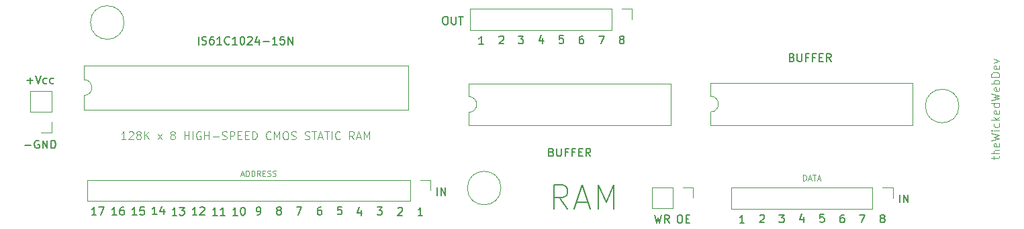
<source format=gbr>
%TF.GenerationSoftware,KiCad,Pcbnew,(5.1.9-0-10_14)*%
%TF.CreationDate,2021-04-21T20:43:37-04:00*%
%TF.ProjectId,RAM,52414d2e-6b69-4636-9164-5f7063625858,rev?*%
%TF.SameCoordinates,Original*%
%TF.FileFunction,Legend,Top*%
%TF.FilePolarity,Positive*%
%FSLAX46Y46*%
G04 Gerber Fmt 4.6, Leading zero omitted, Abs format (unit mm)*
G04 Created by KiCad (PCBNEW (5.1.9-0-10_14)) date 2021-04-21 20:43:37*
%MOMM*%
%LPD*%
G01*
G04 APERTURE LIST*
%ADD10C,0.150000*%
%ADD11C,0.100000*%
%ADD12C,0.120000*%
G04 APERTURE END LIST*
D10*
X45475733Y-62606228D02*
X46237638Y-62606228D01*
X45856685Y-62987180D02*
X45856685Y-62225276D01*
X46570971Y-61987180D02*
X46904304Y-62987180D01*
X47237638Y-61987180D01*
X47999542Y-62939561D02*
X47904304Y-62987180D01*
X47713828Y-62987180D01*
X47618590Y-62939561D01*
X47570971Y-62891942D01*
X47523352Y-62796704D01*
X47523352Y-62510990D01*
X47570971Y-62415752D01*
X47618590Y-62368133D01*
X47713828Y-62320514D01*
X47904304Y-62320514D01*
X47999542Y-62368133D01*
X48856685Y-62939561D02*
X48761447Y-62987180D01*
X48570971Y-62987180D01*
X48475733Y-62939561D01*
X48428114Y-62891942D01*
X48380495Y-62796704D01*
X48380495Y-62510990D01*
X48428114Y-62415752D01*
X48475733Y-62368133D01*
X48570971Y-62320514D01*
X48761447Y-62320514D01*
X48856685Y-62368133D01*
X45237638Y-70785028D02*
X45999542Y-70785028D01*
X46999542Y-70213600D02*
X46904304Y-70165980D01*
X46761447Y-70165980D01*
X46618590Y-70213600D01*
X46523352Y-70308838D01*
X46475733Y-70404076D01*
X46428114Y-70594552D01*
X46428114Y-70737409D01*
X46475733Y-70927885D01*
X46523352Y-71023123D01*
X46618590Y-71118361D01*
X46761447Y-71165980D01*
X46856685Y-71165980D01*
X46999542Y-71118361D01*
X47047161Y-71070742D01*
X47047161Y-70737409D01*
X46856685Y-70737409D01*
X47475733Y-71165980D02*
X47475733Y-70165980D01*
X48047161Y-71165980D01*
X48047161Y-70165980D01*
X48523352Y-71165980D02*
X48523352Y-70165980D01*
X48761447Y-70165980D01*
X48904304Y-70213600D01*
X48999542Y-70308838D01*
X49047161Y-70404076D01*
X49094780Y-70594552D01*
X49094780Y-70737409D01*
X49047161Y-70927885D01*
X48999542Y-71023123D01*
X48904304Y-71118361D01*
X48761447Y-71165980D01*
X48523352Y-71165980D01*
D11*
X72476000Y-74487866D02*
X72809333Y-74487866D01*
X72409333Y-74687866D02*
X72642666Y-73987866D01*
X72876000Y-74687866D01*
X73109333Y-74687866D02*
X73109333Y-73987866D01*
X73276000Y-73987866D01*
X73376000Y-74021200D01*
X73442666Y-74087866D01*
X73476000Y-74154533D01*
X73509333Y-74287866D01*
X73509333Y-74387866D01*
X73476000Y-74521200D01*
X73442666Y-74587866D01*
X73376000Y-74654533D01*
X73276000Y-74687866D01*
X73109333Y-74687866D01*
X73809333Y-74687866D02*
X73809333Y-73987866D01*
X73976000Y-73987866D01*
X74076000Y-74021200D01*
X74142666Y-74087866D01*
X74176000Y-74154533D01*
X74209333Y-74287866D01*
X74209333Y-74387866D01*
X74176000Y-74521200D01*
X74142666Y-74587866D01*
X74076000Y-74654533D01*
X73976000Y-74687866D01*
X73809333Y-74687866D01*
X74909333Y-74687866D02*
X74676000Y-74354533D01*
X74509333Y-74687866D02*
X74509333Y-73987866D01*
X74776000Y-73987866D01*
X74842666Y-74021200D01*
X74876000Y-74054533D01*
X74909333Y-74121200D01*
X74909333Y-74221200D01*
X74876000Y-74287866D01*
X74842666Y-74321200D01*
X74776000Y-74354533D01*
X74509333Y-74354533D01*
X75209333Y-74321200D02*
X75442666Y-74321200D01*
X75542666Y-74687866D02*
X75209333Y-74687866D01*
X75209333Y-73987866D01*
X75542666Y-73987866D01*
X75809333Y-74654533D02*
X75909333Y-74687866D01*
X76076000Y-74687866D01*
X76142666Y-74654533D01*
X76176000Y-74621200D01*
X76209333Y-74554533D01*
X76209333Y-74487866D01*
X76176000Y-74421200D01*
X76142666Y-74387866D01*
X76076000Y-74354533D01*
X75942666Y-74321200D01*
X75876000Y-74287866D01*
X75842666Y-74254533D01*
X75809333Y-74187866D01*
X75809333Y-74121200D01*
X75842666Y-74054533D01*
X75876000Y-74021200D01*
X75942666Y-73987866D01*
X76109333Y-73987866D01*
X76209333Y-74021200D01*
X76476000Y-74654533D02*
X76576000Y-74687866D01*
X76742666Y-74687866D01*
X76809333Y-74654533D01*
X76842666Y-74621200D01*
X76876000Y-74554533D01*
X76876000Y-74487866D01*
X76842666Y-74421200D01*
X76809333Y-74387866D01*
X76742666Y-74354533D01*
X76609333Y-74321200D01*
X76542666Y-74287866D01*
X76509333Y-74254533D01*
X76476000Y-74187866D01*
X76476000Y-74121200D01*
X76509333Y-74054533D01*
X76542666Y-74021200D01*
X76609333Y-73987866D01*
X76776000Y-73987866D01*
X76876000Y-74021200D01*
X143374400Y-75246666D02*
X143374400Y-74546666D01*
X143541066Y-74546666D01*
X143641066Y-74580000D01*
X143707733Y-74646666D01*
X143741066Y-74713333D01*
X143774400Y-74846666D01*
X143774400Y-74946666D01*
X143741066Y-75080000D01*
X143707733Y-75146666D01*
X143641066Y-75213333D01*
X143541066Y-75246666D01*
X143374400Y-75246666D01*
X144041066Y-75046666D02*
X144374400Y-75046666D01*
X143974400Y-75246666D02*
X144207733Y-74546666D01*
X144441066Y-75246666D01*
X144574400Y-74546666D02*
X144974400Y-74546666D01*
X144774400Y-75246666D02*
X144774400Y-74546666D01*
X145174400Y-75046666D02*
X145507733Y-75046666D01*
X145107733Y-75246666D02*
X145341066Y-74546666D01*
X145574400Y-75246666D01*
X167425714Y-72549542D02*
X167425714Y-72168590D01*
X167092380Y-72406685D02*
X167949523Y-72406685D01*
X168044761Y-72359066D01*
X168092380Y-72263828D01*
X168092380Y-72168590D01*
X168092380Y-71835257D02*
X167092380Y-71835257D01*
X168092380Y-71406685D02*
X167568571Y-71406685D01*
X167473333Y-71454304D01*
X167425714Y-71549542D01*
X167425714Y-71692400D01*
X167473333Y-71787638D01*
X167520952Y-71835257D01*
X168044761Y-70549542D02*
X168092380Y-70644780D01*
X168092380Y-70835257D01*
X168044761Y-70930495D01*
X167949523Y-70978114D01*
X167568571Y-70978114D01*
X167473333Y-70930495D01*
X167425714Y-70835257D01*
X167425714Y-70644780D01*
X167473333Y-70549542D01*
X167568571Y-70501923D01*
X167663809Y-70501923D01*
X167759047Y-70978114D01*
X167092380Y-70168590D02*
X168092380Y-69930495D01*
X167378095Y-69740019D01*
X168092380Y-69549542D01*
X167092380Y-69311447D01*
X168092380Y-68930495D02*
X167425714Y-68930495D01*
X167092380Y-68930495D02*
X167140000Y-68978114D01*
X167187619Y-68930495D01*
X167140000Y-68882876D01*
X167092380Y-68930495D01*
X167187619Y-68930495D01*
X168044761Y-68025733D02*
X168092380Y-68120971D01*
X168092380Y-68311447D01*
X168044761Y-68406685D01*
X167997142Y-68454304D01*
X167901904Y-68501923D01*
X167616190Y-68501923D01*
X167520952Y-68454304D01*
X167473333Y-68406685D01*
X167425714Y-68311447D01*
X167425714Y-68120971D01*
X167473333Y-68025733D01*
X168092380Y-67597161D02*
X167092380Y-67597161D01*
X167711428Y-67501923D02*
X168092380Y-67216209D01*
X167425714Y-67216209D02*
X167806666Y-67597161D01*
X168044761Y-66406685D02*
X168092380Y-66501923D01*
X168092380Y-66692400D01*
X168044761Y-66787638D01*
X167949523Y-66835257D01*
X167568571Y-66835257D01*
X167473333Y-66787638D01*
X167425714Y-66692400D01*
X167425714Y-66501923D01*
X167473333Y-66406685D01*
X167568571Y-66359066D01*
X167663809Y-66359066D01*
X167759047Y-66835257D01*
X168092380Y-65501923D02*
X167092380Y-65501923D01*
X168044761Y-65501923D02*
X168092380Y-65597161D01*
X168092380Y-65787638D01*
X168044761Y-65882876D01*
X167997142Y-65930495D01*
X167901904Y-65978114D01*
X167616190Y-65978114D01*
X167520952Y-65930495D01*
X167473333Y-65882876D01*
X167425714Y-65787638D01*
X167425714Y-65597161D01*
X167473333Y-65501923D01*
X167092380Y-65120971D02*
X168092380Y-64882876D01*
X167378095Y-64692400D01*
X168092380Y-64501923D01*
X167092380Y-64263828D01*
X168044761Y-63501923D02*
X168092380Y-63597161D01*
X168092380Y-63787638D01*
X168044761Y-63882876D01*
X167949523Y-63930495D01*
X167568571Y-63930495D01*
X167473333Y-63882876D01*
X167425714Y-63787638D01*
X167425714Y-63597161D01*
X167473333Y-63501923D01*
X167568571Y-63454304D01*
X167663809Y-63454304D01*
X167759047Y-63930495D01*
X168092380Y-63025733D02*
X167092380Y-63025733D01*
X167473333Y-63025733D02*
X167425714Y-62930495D01*
X167425714Y-62740019D01*
X167473333Y-62644780D01*
X167520952Y-62597161D01*
X167616190Y-62549542D01*
X167901904Y-62549542D01*
X167997142Y-62597161D01*
X168044761Y-62644780D01*
X168092380Y-62740019D01*
X168092380Y-62930495D01*
X168044761Y-63025733D01*
X168092380Y-62120971D02*
X167092380Y-62120971D01*
X167092380Y-61882876D01*
X167140000Y-61740019D01*
X167235238Y-61644780D01*
X167330476Y-61597161D01*
X167520952Y-61549542D01*
X167663809Y-61549542D01*
X167854285Y-61597161D01*
X167949523Y-61644780D01*
X168044761Y-61740019D01*
X168092380Y-61882876D01*
X168092380Y-62120971D01*
X168044761Y-60740019D02*
X168092380Y-60835257D01*
X168092380Y-61025733D01*
X168044761Y-61120971D01*
X167949523Y-61168590D01*
X167568571Y-61168590D01*
X167473333Y-61120971D01*
X167425714Y-61025733D01*
X167425714Y-60835257D01*
X167473333Y-60740019D01*
X167568571Y-60692400D01*
X167663809Y-60692400D01*
X167759047Y-61168590D01*
X167425714Y-60359066D02*
X168092380Y-60120971D01*
X167425714Y-59882876D01*
D10*
X155533790Y-78023980D02*
X155533790Y-77023980D01*
X156009980Y-78023980D02*
X156009980Y-77023980D01*
X156581409Y-78023980D01*
X156581409Y-77023980D01*
X97215390Y-77160380D02*
X97215390Y-76160380D01*
X97691580Y-77160380D02*
X97691580Y-76160380D01*
X98263009Y-77160380D01*
X98263009Y-76160380D01*
X98161600Y-54519580D02*
X98352076Y-54519580D01*
X98447314Y-54567200D01*
X98542552Y-54662438D01*
X98590171Y-54852914D01*
X98590171Y-55186247D01*
X98542552Y-55376723D01*
X98447314Y-55471961D01*
X98352076Y-55519580D01*
X98161600Y-55519580D01*
X98066361Y-55471961D01*
X97971123Y-55376723D01*
X97923504Y-55186247D01*
X97923504Y-54852914D01*
X97971123Y-54662438D01*
X98066361Y-54567200D01*
X98161600Y-54519580D01*
X99018742Y-54519580D02*
X99018742Y-55329104D01*
X99066361Y-55424342D01*
X99113980Y-55471961D01*
X99209219Y-55519580D01*
X99399695Y-55519580D01*
X99494933Y-55471961D01*
X99542552Y-55424342D01*
X99590171Y-55329104D01*
X99590171Y-54519580D01*
X99923504Y-54519580D02*
X100494933Y-54519580D01*
X100209219Y-55519580D02*
X100209219Y-54519580D01*
X54216323Y-79598780D02*
X53644895Y-79598780D01*
X53930609Y-79598780D02*
X53930609Y-78598780D01*
X53835371Y-78741638D01*
X53740133Y-78836876D01*
X53644895Y-78884495D01*
X54549657Y-78598780D02*
X55216323Y-78598780D01*
X54787752Y-79598780D01*
X59347123Y-79598780D02*
X58775695Y-79598780D01*
X59061409Y-79598780D02*
X59061409Y-78598780D01*
X58966171Y-78741638D01*
X58870933Y-78836876D01*
X58775695Y-78884495D01*
X60251885Y-78598780D02*
X59775695Y-78598780D01*
X59728076Y-79074971D01*
X59775695Y-79027352D01*
X59870933Y-78979733D01*
X60109028Y-78979733D01*
X60204266Y-79027352D01*
X60251885Y-79074971D01*
X60299504Y-79170209D01*
X60299504Y-79408304D01*
X60251885Y-79503542D01*
X60204266Y-79551161D01*
X60109028Y-79598780D01*
X59870933Y-79598780D01*
X59775695Y-79551161D01*
X59728076Y-79503542D01*
X61887123Y-79547980D02*
X61315695Y-79547980D01*
X61601409Y-79547980D02*
X61601409Y-78547980D01*
X61506171Y-78690838D01*
X61410933Y-78786076D01*
X61315695Y-78833695D01*
X62744266Y-78881314D02*
X62744266Y-79547980D01*
X62506171Y-78500361D02*
X62268076Y-79214647D01*
X62887123Y-79214647D01*
X64376323Y-79649580D02*
X63804895Y-79649580D01*
X64090609Y-79649580D02*
X64090609Y-78649580D01*
X63995371Y-78792438D01*
X63900133Y-78887676D01*
X63804895Y-78935295D01*
X64709657Y-78649580D02*
X65328704Y-78649580D01*
X64995371Y-79030533D01*
X65138228Y-79030533D01*
X65233466Y-79078152D01*
X65281085Y-79125771D01*
X65328704Y-79221009D01*
X65328704Y-79459104D01*
X65281085Y-79554342D01*
X65233466Y-79601961D01*
X65138228Y-79649580D01*
X64852514Y-79649580D01*
X64757276Y-79601961D01*
X64709657Y-79554342D01*
X72047123Y-79649580D02*
X71475695Y-79649580D01*
X71761409Y-79649580D02*
X71761409Y-78649580D01*
X71666171Y-78792438D01*
X71570933Y-78887676D01*
X71475695Y-78935295D01*
X72666171Y-78649580D02*
X72761409Y-78649580D01*
X72856647Y-78697200D01*
X72904266Y-78744819D01*
X72951885Y-78840057D01*
X72999504Y-79030533D01*
X72999504Y-79268628D01*
X72951885Y-79459104D01*
X72904266Y-79554342D01*
X72856647Y-79601961D01*
X72761409Y-79649580D01*
X72666171Y-79649580D01*
X72570933Y-79601961D01*
X72523314Y-79554342D01*
X72475695Y-79459104D01*
X72428076Y-79268628D01*
X72428076Y-79030533D01*
X72475695Y-78840057D01*
X72523314Y-78744819D01*
X72570933Y-78697200D01*
X72666171Y-78649580D01*
X66916323Y-79598780D02*
X66344895Y-79598780D01*
X66630609Y-79598780D02*
X66630609Y-78598780D01*
X66535371Y-78741638D01*
X66440133Y-78836876D01*
X66344895Y-78884495D01*
X67297276Y-78694019D02*
X67344895Y-78646400D01*
X67440133Y-78598780D01*
X67678228Y-78598780D01*
X67773466Y-78646400D01*
X67821085Y-78694019D01*
X67868704Y-78789257D01*
X67868704Y-78884495D01*
X67821085Y-79027352D01*
X67249657Y-79598780D01*
X67868704Y-79598780D01*
X69507123Y-79649580D02*
X68935695Y-79649580D01*
X69221409Y-79649580D02*
X69221409Y-78649580D01*
X69126171Y-78792438D01*
X69030933Y-78887676D01*
X68935695Y-78935295D01*
X70459504Y-79649580D02*
X69888076Y-79649580D01*
X70173790Y-79649580D02*
X70173790Y-78649580D01*
X70078552Y-78792438D01*
X69983314Y-78887676D01*
X69888076Y-78935295D01*
X74485523Y-79598780D02*
X74676000Y-79598780D01*
X74771238Y-79551161D01*
X74818857Y-79503542D01*
X74914095Y-79360685D01*
X74961714Y-79170209D01*
X74961714Y-78789257D01*
X74914095Y-78694019D01*
X74866476Y-78646400D01*
X74771238Y-78598780D01*
X74580761Y-78598780D01*
X74485523Y-78646400D01*
X74437904Y-78694019D01*
X74390285Y-78789257D01*
X74390285Y-79027352D01*
X74437904Y-79122590D01*
X74485523Y-79170209D01*
X74580761Y-79217828D01*
X74771238Y-79217828D01*
X74866476Y-79170209D01*
X74914095Y-79122590D01*
X74961714Y-79027352D01*
X85175695Y-78547980D02*
X84699504Y-78547980D01*
X84651885Y-79024171D01*
X84699504Y-78976552D01*
X84794742Y-78928933D01*
X85032838Y-78928933D01*
X85128076Y-78976552D01*
X85175695Y-79024171D01*
X85223314Y-79119409D01*
X85223314Y-79357504D01*
X85175695Y-79452742D01*
X85128076Y-79500361D01*
X85032838Y-79547980D01*
X84794742Y-79547980D01*
X84699504Y-79500361D01*
X84651885Y-79452742D01*
X79473466Y-78598780D02*
X80140133Y-78598780D01*
X79711561Y-79598780D01*
X82588076Y-78598780D02*
X82397600Y-78598780D01*
X82302361Y-78646400D01*
X82254742Y-78694019D01*
X82159504Y-78836876D01*
X82111885Y-79027352D01*
X82111885Y-79408304D01*
X82159504Y-79503542D01*
X82207123Y-79551161D01*
X82302361Y-79598780D01*
X82492838Y-79598780D01*
X82588076Y-79551161D01*
X82635695Y-79503542D01*
X82683314Y-79408304D01*
X82683314Y-79170209D01*
X82635695Y-79074971D01*
X82588076Y-79027352D01*
X82492838Y-78979733D01*
X82302361Y-78979733D01*
X82207123Y-79027352D01*
X82159504Y-79074971D01*
X82111885Y-79170209D01*
X89633466Y-78598780D02*
X90252514Y-78598780D01*
X89919180Y-78979733D01*
X90062038Y-78979733D01*
X90157276Y-79027352D01*
X90204895Y-79074971D01*
X90252514Y-79170209D01*
X90252514Y-79408304D01*
X90204895Y-79503542D01*
X90157276Y-79551161D01*
X90062038Y-79598780D01*
X89776323Y-79598780D01*
X89681085Y-79551161D01*
X89633466Y-79503542D01*
X87617276Y-78982914D02*
X87617276Y-79649580D01*
X87379180Y-78601961D02*
X87141085Y-79316247D01*
X87760133Y-79316247D01*
X92271885Y-78744819D02*
X92319504Y-78697200D01*
X92414742Y-78649580D01*
X92652838Y-78649580D01*
X92748076Y-78697200D01*
X92795695Y-78744819D01*
X92843314Y-78840057D01*
X92843314Y-78935295D01*
X92795695Y-79078152D01*
X92224266Y-79649580D01*
X92843314Y-79649580D01*
X56807123Y-79598780D02*
X56235695Y-79598780D01*
X56521409Y-79598780D02*
X56521409Y-78598780D01*
X56426171Y-78741638D01*
X56330933Y-78836876D01*
X56235695Y-78884495D01*
X57664266Y-78598780D02*
X57473790Y-78598780D01*
X57378552Y-78646400D01*
X57330933Y-78694019D01*
X57235695Y-78836876D01*
X57188076Y-79027352D01*
X57188076Y-79408304D01*
X57235695Y-79503542D01*
X57283314Y-79551161D01*
X57378552Y-79598780D01*
X57569028Y-79598780D01*
X57664266Y-79551161D01*
X57711885Y-79503542D01*
X57759504Y-79408304D01*
X57759504Y-79170209D01*
X57711885Y-79074971D01*
X57664266Y-79027352D01*
X57569028Y-78979733D01*
X57378552Y-78979733D01*
X57283314Y-79027352D01*
X57235695Y-79074971D01*
X57188076Y-79170209D01*
X77171561Y-79027352D02*
X77076323Y-78979733D01*
X77028704Y-78932114D01*
X76981085Y-78836876D01*
X76981085Y-78789257D01*
X77028704Y-78694019D01*
X77076323Y-78646400D01*
X77171561Y-78598780D01*
X77362038Y-78598780D01*
X77457276Y-78646400D01*
X77504895Y-78694019D01*
X77552514Y-78789257D01*
X77552514Y-78836876D01*
X77504895Y-78932114D01*
X77457276Y-78979733D01*
X77362038Y-79027352D01*
X77171561Y-79027352D01*
X77076323Y-79074971D01*
X77028704Y-79122590D01*
X76981085Y-79217828D01*
X76981085Y-79408304D01*
X77028704Y-79503542D01*
X77076323Y-79551161D01*
X77171561Y-79598780D01*
X77362038Y-79598780D01*
X77457276Y-79551161D01*
X77504895Y-79503542D01*
X77552514Y-79408304D01*
X77552514Y-79217828D01*
X77504895Y-79122590D01*
X77457276Y-79074971D01*
X77362038Y-79027352D01*
X95383314Y-79649580D02*
X94811885Y-79649580D01*
X95097600Y-79649580D02*
X95097600Y-78649580D01*
X95002361Y-78792438D01*
X94907123Y-78887676D01*
X94811885Y-78935295D01*
X148475676Y-79563980D02*
X148285200Y-79563980D01*
X148189961Y-79611600D01*
X148142342Y-79659219D01*
X148047104Y-79802076D01*
X147999485Y-79992552D01*
X147999485Y-80373504D01*
X148047104Y-80468742D01*
X148094723Y-80516361D01*
X148189961Y-80563980D01*
X148380438Y-80563980D01*
X148475676Y-80516361D01*
X148523295Y-80468742D01*
X148570914Y-80373504D01*
X148570914Y-80135409D01*
X148523295Y-80040171D01*
X148475676Y-79992552D01*
X148380438Y-79944933D01*
X148189961Y-79944933D01*
X148094723Y-79992552D01*
X148047104Y-80040171D01*
X147999485Y-80135409D01*
X145983295Y-79513180D02*
X145507104Y-79513180D01*
X145459485Y-79989371D01*
X145507104Y-79941752D01*
X145602342Y-79894133D01*
X145840438Y-79894133D01*
X145935676Y-79941752D01*
X145983295Y-79989371D01*
X146030914Y-80084609D01*
X146030914Y-80322704D01*
X145983295Y-80417942D01*
X145935676Y-80465561D01*
X145840438Y-80513180D01*
X145602342Y-80513180D01*
X145507104Y-80465561D01*
X145459485Y-80417942D01*
X143395676Y-79846514D02*
X143395676Y-80513180D01*
X143157580Y-79465561D02*
X142919485Y-80179847D01*
X143538533Y-80179847D01*
X140331866Y-79563980D02*
X140950914Y-79563980D01*
X140617580Y-79944933D01*
X140760438Y-79944933D01*
X140855676Y-79992552D01*
X140903295Y-80040171D01*
X140950914Y-80135409D01*
X140950914Y-80373504D01*
X140903295Y-80468742D01*
X140855676Y-80516361D01*
X140760438Y-80563980D01*
X140474723Y-80563980D01*
X140379485Y-80516361D01*
X140331866Y-80468742D01*
X150491866Y-79563980D02*
X151158533Y-79563980D01*
X150729961Y-80563980D01*
X135921714Y-80614780D02*
X135350285Y-80614780D01*
X135636000Y-80614780D02*
X135636000Y-79614780D01*
X135540761Y-79757638D01*
X135445523Y-79852876D01*
X135350285Y-79900495D01*
X137890285Y-79659219D02*
X137937904Y-79611600D01*
X138033142Y-79563980D01*
X138271238Y-79563980D01*
X138366476Y-79611600D01*
X138414095Y-79659219D01*
X138461714Y-79754457D01*
X138461714Y-79849695D01*
X138414095Y-79992552D01*
X137842666Y-80563980D01*
X138461714Y-80563980D01*
X153269961Y-79992552D02*
X153174723Y-79944933D01*
X153127104Y-79897314D01*
X153079485Y-79802076D01*
X153079485Y-79754457D01*
X153127104Y-79659219D01*
X153174723Y-79611600D01*
X153269961Y-79563980D01*
X153460438Y-79563980D01*
X153555676Y-79611600D01*
X153603295Y-79659219D01*
X153650914Y-79754457D01*
X153650914Y-79802076D01*
X153603295Y-79897314D01*
X153555676Y-79944933D01*
X153460438Y-79992552D01*
X153269961Y-79992552D01*
X153174723Y-80040171D01*
X153127104Y-80087790D01*
X153079485Y-80183028D01*
X153079485Y-80373504D01*
X153127104Y-80468742D01*
X153174723Y-80516361D01*
X153269961Y-80563980D01*
X153460438Y-80563980D01*
X153555676Y-80516361D01*
X153603295Y-80468742D01*
X153650914Y-80373504D01*
X153650914Y-80183028D01*
X153603295Y-80087790D01*
X153555676Y-80040171D01*
X153460438Y-79992552D01*
X120402361Y-57386552D02*
X120307123Y-57338933D01*
X120259504Y-57291314D01*
X120211885Y-57196076D01*
X120211885Y-57148457D01*
X120259504Y-57053219D01*
X120307123Y-57005600D01*
X120402361Y-56957980D01*
X120592838Y-56957980D01*
X120688076Y-57005600D01*
X120735695Y-57053219D01*
X120783314Y-57148457D01*
X120783314Y-57196076D01*
X120735695Y-57291314D01*
X120688076Y-57338933D01*
X120592838Y-57386552D01*
X120402361Y-57386552D01*
X120307123Y-57434171D01*
X120259504Y-57481790D01*
X120211885Y-57577028D01*
X120211885Y-57767504D01*
X120259504Y-57862742D01*
X120307123Y-57910361D01*
X120402361Y-57957980D01*
X120592838Y-57957980D01*
X120688076Y-57910361D01*
X120735695Y-57862742D01*
X120783314Y-57767504D01*
X120783314Y-57577028D01*
X120735695Y-57481790D01*
X120688076Y-57434171D01*
X120592838Y-57386552D01*
X117624266Y-56957980D02*
X118290933Y-56957980D01*
X117862361Y-57957980D01*
X115608076Y-56957980D02*
X115417600Y-56957980D01*
X115322361Y-57005600D01*
X115274742Y-57053219D01*
X115179504Y-57196076D01*
X115131885Y-57386552D01*
X115131885Y-57767504D01*
X115179504Y-57862742D01*
X115227123Y-57910361D01*
X115322361Y-57957980D01*
X115512838Y-57957980D01*
X115608076Y-57910361D01*
X115655695Y-57862742D01*
X115703314Y-57767504D01*
X115703314Y-57529409D01*
X115655695Y-57434171D01*
X115608076Y-57386552D01*
X115512838Y-57338933D01*
X115322361Y-57338933D01*
X115227123Y-57386552D01*
X115179504Y-57434171D01*
X115131885Y-57529409D01*
X113115695Y-56907180D02*
X112639504Y-56907180D01*
X112591885Y-57383371D01*
X112639504Y-57335752D01*
X112734742Y-57288133D01*
X112972838Y-57288133D01*
X113068076Y-57335752D01*
X113115695Y-57383371D01*
X113163314Y-57478609D01*
X113163314Y-57716704D01*
X113115695Y-57811942D01*
X113068076Y-57859561D01*
X112972838Y-57907180D01*
X112734742Y-57907180D01*
X112639504Y-57859561D01*
X112591885Y-57811942D01*
X107464266Y-56957980D02*
X108083314Y-56957980D01*
X107749980Y-57338933D01*
X107892838Y-57338933D01*
X107988076Y-57386552D01*
X108035695Y-57434171D01*
X108083314Y-57529409D01*
X108083314Y-57767504D01*
X108035695Y-57862742D01*
X107988076Y-57910361D01*
X107892838Y-57957980D01*
X107607123Y-57957980D01*
X107511885Y-57910361D01*
X107464266Y-57862742D01*
X110528076Y-57240514D02*
X110528076Y-57907180D01*
X110289980Y-56859561D02*
X110051885Y-57573847D01*
X110670933Y-57573847D01*
X105022685Y-57053219D02*
X105070304Y-57005600D01*
X105165542Y-56957980D01*
X105403638Y-56957980D01*
X105498876Y-57005600D01*
X105546495Y-57053219D01*
X105594114Y-57148457D01*
X105594114Y-57243695D01*
X105546495Y-57386552D01*
X104975066Y-57957980D01*
X105594114Y-57957980D01*
X103054114Y-58008780D02*
X102482685Y-58008780D01*
X102768400Y-58008780D02*
X102768400Y-57008780D01*
X102673161Y-57151638D01*
X102577923Y-57246876D01*
X102482685Y-57294495D01*
X127722380Y-79614780D02*
X127912857Y-79614780D01*
X128008095Y-79662400D01*
X128103333Y-79757638D01*
X128150952Y-79948114D01*
X128150952Y-80281447D01*
X128103333Y-80471923D01*
X128008095Y-80567161D01*
X127912857Y-80614780D01*
X127722380Y-80614780D01*
X127627142Y-80567161D01*
X127531904Y-80471923D01*
X127484285Y-80281447D01*
X127484285Y-79948114D01*
X127531904Y-79757638D01*
X127627142Y-79662400D01*
X127722380Y-79614780D01*
X128579523Y-80090971D02*
X128912857Y-80090971D01*
X129055714Y-80614780D02*
X128579523Y-80614780D01*
X128579523Y-79614780D01*
X129055714Y-79614780D01*
X124649028Y-79614780D02*
X124887123Y-80614780D01*
X125077600Y-79900495D01*
X125268076Y-80614780D01*
X125506171Y-79614780D01*
X126458552Y-80614780D02*
X126125219Y-80138590D01*
X125887123Y-80614780D02*
X125887123Y-79614780D01*
X126268076Y-79614780D01*
X126363314Y-79662400D01*
X126410933Y-79710019D01*
X126458552Y-79805257D01*
X126458552Y-79948114D01*
X126410933Y-80043352D01*
X126363314Y-80090971D01*
X126268076Y-80138590D01*
X125887123Y-80138590D01*
X141959295Y-59669371D02*
X142102152Y-59716990D01*
X142149771Y-59764609D01*
X142197390Y-59859847D01*
X142197390Y-60002704D01*
X142149771Y-60097942D01*
X142102152Y-60145561D01*
X142006914Y-60193180D01*
X141625961Y-60193180D01*
X141625961Y-59193180D01*
X141959295Y-59193180D01*
X142054533Y-59240800D01*
X142102152Y-59288419D01*
X142149771Y-59383657D01*
X142149771Y-59478895D01*
X142102152Y-59574133D01*
X142054533Y-59621752D01*
X141959295Y-59669371D01*
X141625961Y-59669371D01*
X142625961Y-59193180D02*
X142625961Y-60002704D01*
X142673580Y-60097942D01*
X142721200Y-60145561D01*
X142816438Y-60193180D01*
X143006914Y-60193180D01*
X143102152Y-60145561D01*
X143149771Y-60097942D01*
X143197390Y-60002704D01*
X143197390Y-59193180D01*
X144006914Y-59669371D02*
X143673580Y-59669371D01*
X143673580Y-60193180D02*
X143673580Y-59193180D01*
X144149771Y-59193180D01*
X144864057Y-59669371D02*
X144530723Y-59669371D01*
X144530723Y-60193180D02*
X144530723Y-59193180D01*
X145006914Y-59193180D01*
X145387866Y-59669371D02*
X145721200Y-59669371D01*
X145864057Y-60193180D02*
X145387866Y-60193180D01*
X145387866Y-59193180D01*
X145864057Y-59193180D01*
X146864057Y-60193180D02*
X146530723Y-59716990D01*
X146292628Y-60193180D02*
X146292628Y-59193180D01*
X146673580Y-59193180D01*
X146768819Y-59240800D01*
X146816438Y-59288419D01*
X146864057Y-59383657D01*
X146864057Y-59526514D01*
X146816438Y-59621752D01*
X146768819Y-59669371D01*
X146673580Y-59716990D01*
X146292628Y-59716990D01*
X111631695Y-71658171D02*
X111774552Y-71705790D01*
X111822171Y-71753409D01*
X111869790Y-71848647D01*
X111869790Y-71991504D01*
X111822171Y-72086742D01*
X111774552Y-72134361D01*
X111679314Y-72181980D01*
X111298361Y-72181980D01*
X111298361Y-71181980D01*
X111631695Y-71181980D01*
X111726933Y-71229600D01*
X111774552Y-71277219D01*
X111822171Y-71372457D01*
X111822171Y-71467695D01*
X111774552Y-71562933D01*
X111726933Y-71610552D01*
X111631695Y-71658171D01*
X111298361Y-71658171D01*
X112298361Y-71181980D02*
X112298361Y-71991504D01*
X112345980Y-72086742D01*
X112393600Y-72134361D01*
X112488838Y-72181980D01*
X112679314Y-72181980D01*
X112774552Y-72134361D01*
X112822171Y-72086742D01*
X112869790Y-71991504D01*
X112869790Y-71181980D01*
X113679314Y-71658171D02*
X113345980Y-71658171D01*
X113345980Y-72181980D02*
X113345980Y-71181980D01*
X113822171Y-71181980D01*
X114536457Y-71658171D02*
X114203123Y-71658171D01*
X114203123Y-72181980D02*
X114203123Y-71181980D01*
X114679314Y-71181980D01*
X115060266Y-71658171D02*
X115393600Y-71658171D01*
X115536457Y-72181980D02*
X115060266Y-72181980D01*
X115060266Y-71181980D01*
X115536457Y-71181980D01*
X116536457Y-72181980D02*
X116203123Y-71705790D01*
X115965028Y-72181980D02*
X115965028Y-71181980D01*
X116345980Y-71181980D01*
X116441219Y-71229600D01*
X116488838Y-71277219D01*
X116536457Y-71372457D01*
X116536457Y-71515314D01*
X116488838Y-71610552D01*
X116441219Y-71658171D01*
X116345980Y-71705790D01*
X115965028Y-71705790D01*
D11*
X57955161Y-70048380D02*
X57383733Y-70048380D01*
X57669447Y-70048380D02*
X57669447Y-69048380D01*
X57574209Y-69191238D01*
X57478971Y-69286476D01*
X57383733Y-69334095D01*
X58336114Y-69143619D02*
X58383733Y-69096000D01*
X58478971Y-69048380D01*
X58717066Y-69048380D01*
X58812304Y-69096000D01*
X58859923Y-69143619D01*
X58907542Y-69238857D01*
X58907542Y-69334095D01*
X58859923Y-69476952D01*
X58288495Y-70048380D01*
X58907542Y-70048380D01*
X59478971Y-69476952D02*
X59383733Y-69429333D01*
X59336114Y-69381714D01*
X59288495Y-69286476D01*
X59288495Y-69238857D01*
X59336114Y-69143619D01*
X59383733Y-69096000D01*
X59478971Y-69048380D01*
X59669447Y-69048380D01*
X59764685Y-69096000D01*
X59812304Y-69143619D01*
X59859923Y-69238857D01*
X59859923Y-69286476D01*
X59812304Y-69381714D01*
X59764685Y-69429333D01*
X59669447Y-69476952D01*
X59478971Y-69476952D01*
X59383733Y-69524571D01*
X59336114Y-69572190D01*
X59288495Y-69667428D01*
X59288495Y-69857904D01*
X59336114Y-69953142D01*
X59383733Y-70000761D01*
X59478971Y-70048380D01*
X59669447Y-70048380D01*
X59764685Y-70000761D01*
X59812304Y-69953142D01*
X59859923Y-69857904D01*
X59859923Y-69667428D01*
X59812304Y-69572190D01*
X59764685Y-69524571D01*
X59669447Y-69476952D01*
X60288495Y-70048380D02*
X60288495Y-69048380D01*
X60859923Y-70048380D02*
X60431352Y-69476952D01*
X60859923Y-69048380D02*
X60288495Y-69619809D01*
X61955161Y-70048380D02*
X62478971Y-69381714D01*
X61955161Y-69381714D02*
X62478971Y-70048380D01*
X63764685Y-69476952D02*
X63669447Y-69429333D01*
X63621828Y-69381714D01*
X63574209Y-69286476D01*
X63574209Y-69238857D01*
X63621828Y-69143619D01*
X63669447Y-69096000D01*
X63764685Y-69048380D01*
X63955161Y-69048380D01*
X64050400Y-69096000D01*
X64098019Y-69143619D01*
X64145638Y-69238857D01*
X64145638Y-69286476D01*
X64098019Y-69381714D01*
X64050400Y-69429333D01*
X63955161Y-69476952D01*
X63764685Y-69476952D01*
X63669447Y-69524571D01*
X63621828Y-69572190D01*
X63574209Y-69667428D01*
X63574209Y-69857904D01*
X63621828Y-69953142D01*
X63669447Y-70000761D01*
X63764685Y-70048380D01*
X63955161Y-70048380D01*
X64050400Y-70000761D01*
X64098019Y-69953142D01*
X64145638Y-69857904D01*
X64145638Y-69667428D01*
X64098019Y-69572190D01*
X64050400Y-69524571D01*
X63955161Y-69476952D01*
X65336114Y-70048380D02*
X65336114Y-69048380D01*
X65336114Y-69524571D02*
X65907542Y-69524571D01*
X65907542Y-70048380D02*
X65907542Y-69048380D01*
X66383733Y-70048380D02*
X66383733Y-69048380D01*
X67383733Y-69096000D02*
X67288495Y-69048380D01*
X67145638Y-69048380D01*
X67002780Y-69096000D01*
X66907542Y-69191238D01*
X66859923Y-69286476D01*
X66812304Y-69476952D01*
X66812304Y-69619809D01*
X66859923Y-69810285D01*
X66907542Y-69905523D01*
X67002780Y-70000761D01*
X67145638Y-70048380D01*
X67240876Y-70048380D01*
X67383733Y-70000761D01*
X67431352Y-69953142D01*
X67431352Y-69619809D01*
X67240876Y-69619809D01*
X67859923Y-70048380D02*
X67859923Y-69048380D01*
X67859923Y-69524571D02*
X68431352Y-69524571D01*
X68431352Y-70048380D02*
X68431352Y-69048380D01*
X68907542Y-69667428D02*
X69669447Y-69667428D01*
X70098019Y-70000761D02*
X70240876Y-70048380D01*
X70478971Y-70048380D01*
X70574209Y-70000761D01*
X70621828Y-69953142D01*
X70669447Y-69857904D01*
X70669447Y-69762666D01*
X70621828Y-69667428D01*
X70574209Y-69619809D01*
X70478971Y-69572190D01*
X70288495Y-69524571D01*
X70193257Y-69476952D01*
X70145638Y-69429333D01*
X70098019Y-69334095D01*
X70098019Y-69238857D01*
X70145638Y-69143619D01*
X70193257Y-69096000D01*
X70288495Y-69048380D01*
X70526590Y-69048380D01*
X70669447Y-69096000D01*
X71098019Y-70048380D02*
X71098019Y-69048380D01*
X71478971Y-69048380D01*
X71574209Y-69096000D01*
X71621828Y-69143619D01*
X71669447Y-69238857D01*
X71669447Y-69381714D01*
X71621828Y-69476952D01*
X71574209Y-69524571D01*
X71478971Y-69572190D01*
X71098019Y-69572190D01*
X72098019Y-69524571D02*
X72431352Y-69524571D01*
X72574209Y-70048380D02*
X72098019Y-70048380D01*
X72098019Y-69048380D01*
X72574209Y-69048380D01*
X73002780Y-69524571D02*
X73336114Y-69524571D01*
X73478971Y-70048380D02*
X73002780Y-70048380D01*
X73002780Y-69048380D01*
X73478971Y-69048380D01*
X73907542Y-70048380D02*
X73907542Y-69048380D01*
X74145638Y-69048380D01*
X74288495Y-69096000D01*
X74383733Y-69191238D01*
X74431352Y-69286476D01*
X74478971Y-69476952D01*
X74478971Y-69619809D01*
X74431352Y-69810285D01*
X74383733Y-69905523D01*
X74288495Y-70000761D01*
X74145638Y-70048380D01*
X73907542Y-70048380D01*
X76240876Y-69953142D02*
X76193257Y-70000761D01*
X76050400Y-70048380D01*
X75955161Y-70048380D01*
X75812304Y-70000761D01*
X75717066Y-69905523D01*
X75669447Y-69810285D01*
X75621828Y-69619809D01*
X75621828Y-69476952D01*
X75669447Y-69286476D01*
X75717066Y-69191238D01*
X75812304Y-69096000D01*
X75955161Y-69048380D01*
X76050400Y-69048380D01*
X76193257Y-69096000D01*
X76240876Y-69143619D01*
X76669447Y-70048380D02*
X76669447Y-69048380D01*
X77002780Y-69762666D01*
X77336114Y-69048380D01*
X77336114Y-70048380D01*
X78002780Y-69048380D02*
X78193257Y-69048380D01*
X78288495Y-69096000D01*
X78383733Y-69191238D01*
X78431352Y-69381714D01*
X78431352Y-69715047D01*
X78383733Y-69905523D01*
X78288495Y-70000761D01*
X78193257Y-70048380D01*
X78002780Y-70048380D01*
X77907542Y-70000761D01*
X77812304Y-69905523D01*
X77764685Y-69715047D01*
X77764685Y-69381714D01*
X77812304Y-69191238D01*
X77907542Y-69096000D01*
X78002780Y-69048380D01*
X78812304Y-70000761D02*
X78955161Y-70048380D01*
X79193257Y-70048380D01*
X79288495Y-70000761D01*
X79336114Y-69953142D01*
X79383733Y-69857904D01*
X79383733Y-69762666D01*
X79336114Y-69667428D01*
X79288495Y-69619809D01*
X79193257Y-69572190D01*
X79002780Y-69524571D01*
X78907542Y-69476952D01*
X78859923Y-69429333D01*
X78812304Y-69334095D01*
X78812304Y-69238857D01*
X78859923Y-69143619D01*
X78907542Y-69096000D01*
X79002780Y-69048380D01*
X79240876Y-69048380D01*
X79383733Y-69096000D01*
X80526590Y-70000761D02*
X80669447Y-70048380D01*
X80907542Y-70048380D01*
X81002780Y-70000761D01*
X81050400Y-69953142D01*
X81098019Y-69857904D01*
X81098019Y-69762666D01*
X81050400Y-69667428D01*
X81002780Y-69619809D01*
X80907542Y-69572190D01*
X80717066Y-69524571D01*
X80621828Y-69476952D01*
X80574209Y-69429333D01*
X80526590Y-69334095D01*
X80526590Y-69238857D01*
X80574209Y-69143619D01*
X80621828Y-69096000D01*
X80717066Y-69048380D01*
X80955161Y-69048380D01*
X81098019Y-69096000D01*
X81383733Y-69048380D02*
X81955161Y-69048380D01*
X81669447Y-70048380D02*
X81669447Y-69048380D01*
X82240876Y-69762666D02*
X82717066Y-69762666D01*
X82145638Y-70048380D02*
X82478971Y-69048380D01*
X82812304Y-70048380D01*
X83002780Y-69048380D02*
X83574209Y-69048380D01*
X83288495Y-70048380D02*
X83288495Y-69048380D01*
X83907542Y-70048380D02*
X83907542Y-69048380D01*
X84955161Y-69953142D02*
X84907542Y-70000761D01*
X84764685Y-70048380D01*
X84669447Y-70048380D01*
X84526590Y-70000761D01*
X84431352Y-69905523D01*
X84383733Y-69810285D01*
X84336114Y-69619809D01*
X84336114Y-69476952D01*
X84383733Y-69286476D01*
X84431352Y-69191238D01*
X84526590Y-69096000D01*
X84669447Y-69048380D01*
X84764685Y-69048380D01*
X84907542Y-69096000D01*
X84955161Y-69143619D01*
X86717066Y-70048380D02*
X86383733Y-69572190D01*
X86145638Y-70048380D02*
X86145638Y-69048380D01*
X86526590Y-69048380D01*
X86621828Y-69096000D01*
X86669447Y-69143619D01*
X86717066Y-69238857D01*
X86717066Y-69381714D01*
X86669447Y-69476952D01*
X86621828Y-69524571D01*
X86526590Y-69572190D01*
X86145638Y-69572190D01*
X87098019Y-69762666D02*
X87574209Y-69762666D01*
X87002780Y-70048380D02*
X87336114Y-69048380D01*
X87669447Y-70048380D01*
X88002780Y-70048380D02*
X88002780Y-69048380D01*
X88336114Y-69762666D01*
X88669447Y-69048380D01*
X88669447Y-70048380D01*
D10*
X67121828Y-58059580D02*
X67121828Y-57059580D01*
X67550400Y-58011961D02*
X67693257Y-58059580D01*
X67931352Y-58059580D01*
X68026590Y-58011961D01*
X68074209Y-57964342D01*
X68121828Y-57869104D01*
X68121828Y-57773866D01*
X68074209Y-57678628D01*
X68026590Y-57631009D01*
X67931352Y-57583390D01*
X67740876Y-57535771D01*
X67645638Y-57488152D01*
X67598019Y-57440533D01*
X67550400Y-57345295D01*
X67550400Y-57250057D01*
X67598019Y-57154819D01*
X67645638Y-57107200D01*
X67740876Y-57059580D01*
X67978971Y-57059580D01*
X68121828Y-57107200D01*
X68978971Y-57059580D02*
X68788495Y-57059580D01*
X68693257Y-57107200D01*
X68645638Y-57154819D01*
X68550400Y-57297676D01*
X68502780Y-57488152D01*
X68502780Y-57869104D01*
X68550400Y-57964342D01*
X68598019Y-58011961D01*
X68693257Y-58059580D01*
X68883733Y-58059580D01*
X68978971Y-58011961D01*
X69026590Y-57964342D01*
X69074209Y-57869104D01*
X69074209Y-57631009D01*
X69026590Y-57535771D01*
X68978971Y-57488152D01*
X68883733Y-57440533D01*
X68693257Y-57440533D01*
X68598019Y-57488152D01*
X68550400Y-57535771D01*
X68502780Y-57631009D01*
X70026590Y-58059580D02*
X69455161Y-58059580D01*
X69740876Y-58059580D02*
X69740876Y-57059580D01*
X69645638Y-57202438D01*
X69550400Y-57297676D01*
X69455161Y-57345295D01*
X71026590Y-57964342D02*
X70978971Y-58011961D01*
X70836114Y-58059580D01*
X70740876Y-58059580D01*
X70598019Y-58011961D01*
X70502780Y-57916723D01*
X70455161Y-57821485D01*
X70407542Y-57631009D01*
X70407542Y-57488152D01*
X70455161Y-57297676D01*
X70502780Y-57202438D01*
X70598019Y-57107200D01*
X70740876Y-57059580D01*
X70836114Y-57059580D01*
X70978971Y-57107200D01*
X71026590Y-57154819D01*
X71978971Y-58059580D02*
X71407542Y-58059580D01*
X71693257Y-58059580D02*
X71693257Y-57059580D01*
X71598019Y-57202438D01*
X71502780Y-57297676D01*
X71407542Y-57345295D01*
X72598019Y-57059580D02*
X72693257Y-57059580D01*
X72788495Y-57107200D01*
X72836114Y-57154819D01*
X72883733Y-57250057D01*
X72931352Y-57440533D01*
X72931352Y-57678628D01*
X72883733Y-57869104D01*
X72836114Y-57964342D01*
X72788495Y-58011961D01*
X72693257Y-58059580D01*
X72598019Y-58059580D01*
X72502780Y-58011961D01*
X72455161Y-57964342D01*
X72407542Y-57869104D01*
X72359923Y-57678628D01*
X72359923Y-57440533D01*
X72407542Y-57250057D01*
X72455161Y-57154819D01*
X72502780Y-57107200D01*
X72598019Y-57059580D01*
X73312304Y-57154819D02*
X73359923Y-57107200D01*
X73455161Y-57059580D01*
X73693257Y-57059580D01*
X73788495Y-57107200D01*
X73836114Y-57154819D01*
X73883733Y-57250057D01*
X73883733Y-57345295D01*
X73836114Y-57488152D01*
X73264685Y-58059580D01*
X73883733Y-58059580D01*
X74740876Y-57392914D02*
X74740876Y-58059580D01*
X74502780Y-57011961D02*
X74264685Y-57726247D01*
X74883733Y-57726247D01*
X75264685Y-57678628D02*
X76026590Y-57678628D01*
X77026590Y-58059580D02*
X76455161Y-58059580D01*
X76740876Y-58059580D02*
X76740876Y-57059580D01*
X76645638Y-57202438D01*
X76550400Y-57297676D01*
X76455161Y-57345295D01*
X77931352Y-57059580D02*
X77455161Y-57059580D01*
X77407542Y-57535771D01*
X77455161Y-57488152D01*
X77550400Y-57440533D01*
X77788495Y-57440533D01*
X77883733Y-57488152D01*
X77931352Y-57535771D01*
X77978971Y-57631009D01*
X77978971Y-57869104D01*
X77931352Y-57964342D01*
X77883733Y-58011961D01*
X77788495Y-58059580D01*
X77550400Y-58059580D01*
X77455161Y-58011961D01*
X77407542Y-57964342D01*
X78407542Y-58059580D02*
X78407542Y-57059580D01*
X78978971Y-58059580D01*
X78978971Y-57059580D01*
X113650971Y-78827142D02*
X112650971Y-77398571D01*
X111936685Y-78827142D02*
X111936685Y-75827142D01*
X113079542Y-75827142D01*
X113365257Y-75970000D01*
X113508114Y-76112857D01*
X113650971Y-76398571D01*
X113650971Y-76827142D01*
X113508114Y-77112857D01*
X113365257Y-77255714D01*
X113079542Y-77398571D01*
X111936685Y-77398571D01*
X114793828Y-77970000D02*
X116222400Y-77970000D01*
X114508114Y-78827142D02*
X115508114Y-75827142D01*
X116508114Y-78827142D01*
X117508114Y-78827142D02*
X117508114Y-75827142D01*
X118508114Y-77970000D01*
X119508114Y-75827142D01*
X119508114Y-78827142D01*
D12*
%TO.C,J4*%
X124298400Y-76089200D02*
X124298400Y-78749200D01*
X126898400Y-76089200D02*
X124298400Y-76089200D01*
X126898400Y-78749200D02*
X124298400Y-78749200D01*
X126898400Y-76089200D02*
X126898400Y-78749200D01*
X128168400Y-76089200D02*
X129498400Y-76089200D01*
X129498400Y-76089200D02*
X129498400Y-77419200D01*
%TO.C,C2*%
X105256000Y-76200000D02*
G75*
G03*
X105256000Y-76200000I-2120000J0D01*
G01*
%TO.C,C1*%
X57734000Y-55270400D02*
G75*
G03*
X57734000Y-55270400I-2120000J0D01*
G01*
%TO.C,C3*%
X163003600Y-65824800D02*
G75*
G03*
X163003600Y-65824800I-2120000J0D01*
G01*
%TO.C,J5*%
X134255200Y-76140000D02*
X134255200Y-78800000D01*
X152095200Y-76140000D02*
X134255200Y-76140000D01*
X152095200Y-78800000D02*
X134255200Y-78800000D01*
X152095200Y-76140000D02*
X152095200Y-78800000D01*
X153365200Y-76140000D02*
X154695200Y-76140000D01*
X154695200Y-76140000D02*
X154695200Y-77470000D01*
%TO.C,J3*%
X101336800Y-53534000D02*
X101336800Y-56194000D01*
X119176800Y-53534000D02*
X101336800Y-53534000D01*
X119176800Y-56194000D02*
X101336800Y-56194000D01*
X119176800Y-53534000D02*
X119176800Y-56194000D01*
X120446800Y-53534000D02*
X121776800Y-53534000D01*
X121776800Y-53534000D02*
X121776800Y-54864000D01*
%TO.C,U15*%
X131664400Y-64582800D02*
G75*
G02*
X131664400Y-66582800I0J-1000000D01*
G01*
X131664400Y-66582800D02*
X131664400Y-68232800D01*
X131664400Y-68232800D02*
X157184400Y-68232800D01*
X157184400Y-68232800D02*
X157184400Y-62932800D01*
X157184400Y-62932800D02*
X131664400Y-62932800D01*
X131664400Y-62932800D02*
X131664400Y-64582800D01*
%TO.C,U14*%
X101184400Y-64633600D02*
G75*
G02*
X101184400Y-66633600I0J-1000000D01*
G01*
X101184400Y-66633600D02*
X101184400Y-68283600D01*
X101184400Y-68283600D02*
X126704400Y-68283600D01*
X126704400Y-68283600D02*
X126704400Y-62983600D01*
X126704400Y-62983600D02*
X101184400Y-62983600D01*
X101184400Y-62983600D02*
X101184400Y-64633600D01*
%TO.C,U6*%
X52661200Y-62500000D02*
G75*
G02*
X52661200Y-64500000I0J-1000000D01*
G01*
X52661200Y-64500000D02*
X52661200Y-66270000D01*
X52661200Y-66270000D02*
X93541200Y-66270000D01*
X93541200Y-66270000D02*
X93541200Y-60730000D01*
X93541200Y-60730000D02*
X52661200Y-60730000D01*
X52661200Y-60730000D02*
X52661200Y-62500000D01*
%TO.C,J2*%
X53076800Y-75174800D02*
X53076800Y-77834800D01*
X93776800Y-75174800D02*
X53076800Y-75174800D01*
X93776800Y-77834800D02*
X53076800Y-77834800D01*
X93776800Y-75174800D02*
X93776800Y-77834800D01*
X95046800Y-75174800D02*
X96376800Y-75174800D01*
X96376800Y-75174800D02*
X96376800Y-76504800D01*
%TO.C,J1*%
X48574000Y-63948000D02*
X45914000Y-63948000D01*
X48574000Y-66548000D02*
X48574000Y-63948000D01*
X45914000Y-66548000D02*
X45914000Y-63948000D01*
X48574000Y-66548000D02*
X45914000Y-66548000D01*
X48574000Y-67818000D02*
X48574000Y-69148000D01*
X48574000Y-69148000D02*
X47244000Y-69148000D01*
%TD*%
M02*

</source>
